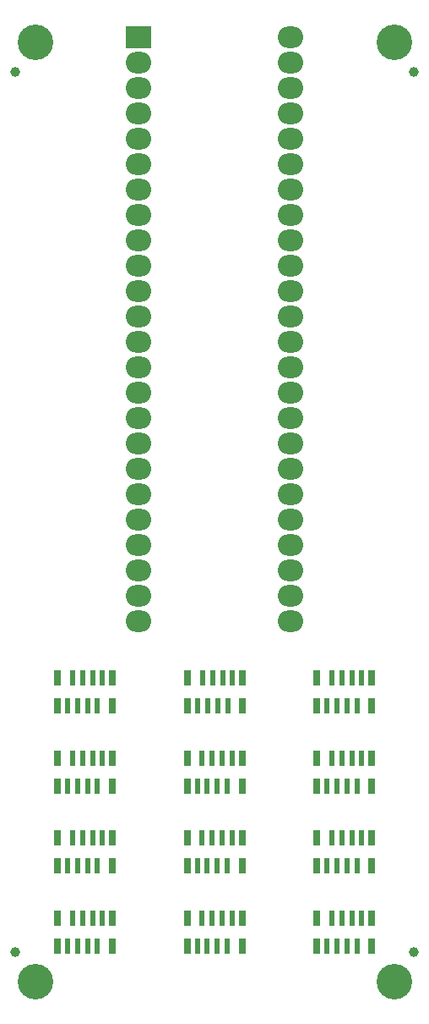
<source format=gts>
%TF.GenerationSoftware,KiCad,Pcbnew,5.1.10-88a1d61d58~88~ubuntu20.10.1*%
%TF.CreationDate,2021-05-14T12:57:49-04:00*%
%TF.ProjectId,lick_detector_interface,6c69636b-5f64-4657-9465-63746f725f69,1.0*%
%TF.SameCoordinates,Original*%
%TF.FileFunction,Soldermask,Top*%
%TF.FilePolarity,Negative*%
%FSLAX46Y46*%
G04 Gerber Fmt 4.6, Leading zero omitted, Abs format (unit mm)*
G04 Created by KiCad (PCBNEW 5.1.10-88a1d61d58~88~ubuntu20.10.1) date 2021-05-14 12:57:49*
%MOMM*%
%LPD*%
G01*
G04 APERTURE LIST*
%ADD10O,2.540000X2.184400*%
%ADD11R,2.540000X2.184400*%
%ADD12R,0.800000X1.500000*%
%ADD13R,0.600000X1.500000*%
%ADD14C,1.000000*%
%ADD15C,3.556000*%
G04 APERTURE END LIST*
D10*
%TO.C,TEENSY1*%
X167620000Y-67050000D03*
X167620000Y-89910000D03*
X167620000Y-87370000D03*
X167620000Y-77210000D03*
X167620000Y-79750000D03*
X167620000Y-69590000D03*
X167620000Y-74670000D03*
X167620000Y-84830000D03*
X167620000Y-82290000D03*
X167620000Y-72130000D03*
X152380000Y-67050000D03*
X152380000Y-89910000D03*
X152380000Y-87370000D03*
X152380000Y-77210000D03*
X152380000Y-84830000D03*
X152380000Y-72130000D03*
X152380000Y-79750000D03*
X152380000Y-82290000D03*
X152380000Y-69590000D03*
X152380000Y-74670000D03*
X167620000Y-31490000D03*
X167620000Y-34030000D03*
X167620000Y-36570000D03*
X167620000Y-39110000D03*
X167620000Y-41650000D03*
X167620000Y-44190000D03*
X167620000Y-46730000D03*
X167620000Y-49270000D03*
X167620000Y-51810000D03*
X167620000Y-54350000D03*
X167620000Y-56890000D03*
X167620000Y-59430000D03*
X167620000Y-61970000D03*
X167620000Y-64510000D03*
X152380000Y-64510000D03*
X152380000Y-61970000D03*
X152380000Y-59430000D03*
X152380000Y-56890000D03*
X152380000Y-54350000D03*
X152380000Y-51810000D03*
X152380000Y-49270000D03*
X152380000Y-46730000D03*
X152380000Y-44190000D03*
X152380000Y-41650000D03*
X152380000Y-39110000D03*
X152380000Y-36570000D03*
X152380000Y-34030000D03*
D11*
X152380000Y-31490000D03*
%TD*%
D12*
%TO.C,P1*%
X144250000Y-98400000D03*
X144250000Y-95600000D03*
X149750000Y-95600000D03*
X149750000Y-98400000D03*
D13*
X145250000Y-98400000D03*
X145750000Y-95600000D03*
X146250000Y-98400000D03*
X146750000Y-95600000D03*
X147250000Y-98400000D03*
X147750000Y-95600000D03*
X148250000Y-98400000D03*
X148750000Y-95600000D03*
%TD*%
D12*
%TO.C,P2*%
X144250000Y-106400000D03*
X144250000Y-103600000D03*
X149750000Y-103600000D03*
X149750000Y-106400000D03*
D13*
X145250000Y-106400000D03*
X145750000Y-103600000D03*
X146250000Y-106400000D03*
X146750000Y-103600000D03*
X147250000Y-106400000D03*
X147750000Y-103600000D03*
X148250000Y-106400000D03*
X148750000Y-103600000D03*
%TD*%
D12*
%TO.C,P3*%
X144250000Y-114400000D03*
X144250000Y-111600000D03*
X149750000Y-111600000D03*
X149750000Y-114400000D03*
D13*
X145250000Y-114400000D03*
X145750000Y-111600000D03*
X146250000Y-114400000D03*
X146750000Y-111600000D03*
X147250000Y-114400000D03*
X147750000Y-111600000D03*
X148250000Y-114400000D03*
X148750000Y-111600000D03*
%TD*%
D12*
%TO.C,P4*%
X144250000Y-122400000D03*
X144250000Y-119600000D03*
X149750000Y-119600000D03*
X149750000Y-122400000D03*
D13*
X145250000Y-122400000D03*
X145750000Y-119600000D03*
X146250000Y-122400000D03*
X146750000Y-119600000D03*
X147250000Y-122400000D03*
X147750000Y-119600000D03*
X148250000Y-122400000D03*
X148750000Y-119600000D03*
%TD*%
D12*
%TO.C,P5*%
X157300000Y-98400000D03*
X157300000Y-95600000D03*
X162800000Y-95600000D03*
X162800000Y-98400000D03*
D13*
X158300000Y-98400000D03*
X158800000Y-95600000D03*
X159300000Y-98400000D03*
X159800000Y-95600000D03*
X160300000Y-98400000D03*
X160800000Y-95600000D03*
X161300000Y-98400000D03*
X161800000Y-95600000D03*
%TD*%
D12*
%TO.C,P6*%
X157250000Y-106400000D03*
X157250000Y-103600000D03*
X162750000Y-103600000D03*
X162750000Y-106400000D03*
D13*
X158250000Y-106400000D03*
X158750000Y-103600000D03*
X159250000Y-106400000D03*
X159750000Y-103600000D03*
X160250000Y-106400000D03*
X160750000Y-103600000D03*
X161250000Y-106400000D03*
X161750000Y-103600000D03*
%TD*%
D12*
%TO.C,P7*%
X157250000Y-114400000D03*
X157250000Y-111600000D03*
X162750000Y-111600000D03*
X162750000Y-114400000D03*
D13*
X158250000Y-114400000D03*
X158750000Y-111600000D03*
X159250000Y-114400000D03*
X159750000Y-111600000D03*
X160250000Y-114400000D03*
X160750000Y-111600000D03*
X161250000Y-114400000D03*
X161750000Y-111600000D03*
%TD*%
D12*
%TO.C,P8*%
X157250000Y-122400000D03*
X157250000Y-119600000D03*
X162750000Y-119600000D03*
X162750000Y-122400000D03*
D13*
X158250000Y-122400000D03*
X158750000Y-119600000D03*
X159250000Y-122400000D03*
X159750000Y-119600000D03*
X160250000Y-122400000D03*
X160750000Y-119600000D03*
X161250000Y-122400000D03*
X161750000Y-119600000D03*
%TD*%
D12*
%TO.C,P9*%
X170250000Y-98400000D03*
X170250000Y-95600000D03*
X175750000Y-95600000D03*
X175750000Y-98400000D03*
D13*
X171250000Y-98400000D03*
X171750000Y-95600000D03*
X172250000Y-98400000D03*
X172750000Y-95600000D03*
X173250000Y-98400000D03*
X173750000Y-95600000D03*
X174250000Y-98400000D03*
X174750000Y-95600000D03*
%TD*%
D12*
%TO.C,P10*%
X170250000Y-106400000D03*
X170250000Y-103600000D03*
X175750000Y-103600000D03*
X175750000Y-106400000D03*
D13*
X171250000Y-106400000D03*
X171750000Y-103600000D03*
X172250000Y-106400000D03*
X172750000Y-103600000D03*
X173250000Y-106400000D03*
X173750000Y-103600000D03*
X174250000Y-106400000D03*
X174750000Y-103600000D03*
%TD*%
D12*
%TO.C,P11*%
X170250000Y-114400000D03*
X170250000Y-111600000D03*
X175750000Y-111600000D03*
X175750000Y-114400000D03*
D13*
X171250000Y-114400000D03*
X171750000Y-111600000D03*
X172250000Y-114400000D03*
X172750000Y-111600000D03*
X173250000Y-114400000D03*
X173750000Y-111600000D03*
X174250000Y-114400000D03*
X174750000Y-111600000D03*
%TD*%
D12*
%TO.C,P12*%
X170250000Y-122400000D03*
X170250000Y-119600000D03*
X175750000Y-119600000D03*
X175750000Y-122400000D03*
D13*
X171250000Y-122400000D03*
X171750000Y-119600000D03*
X172250000Y-122400000D03*
X172750000Y-119600000D03*
X173250000Y-122400000D03*
X173750000Y-119600000D03*
X174250000Y-122400000D03*
X174750000Y-119600000D03*
%TD*%
D14*
%TO.C,FID1*%
X140000000Y-35000000D03*
%TD*%
%TO.C,FID2*%
X180000000Y-35000000D03*
%TD*%
%TO.C,FID3*%
X180000000Y-123000000D03*
%TD*%
%TO.C,FID4*%
X140000000Y-123000000D03*
%TD*%
D15*
%TO.C,MH1*%
X142000000Y-32000000D03*
%TD*%
%TO.C,MH2*%
X178000000Y-32000000D03*
%TD*%
%TO.C,MH3*%
X178000000Y-126000000D03*
%TD*%
%TO.C,MH4*%
X142000000Y-126000000D03*
%TD*%
M02*

</source>
